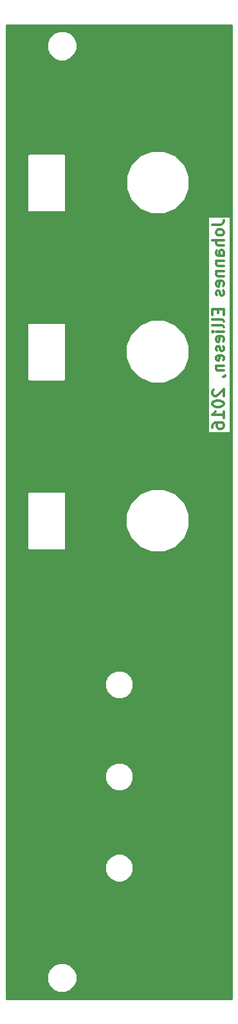
<source format=gbr>
G04 #@! TF.FileFunction,Copper,L2,Bot,Signal*
%FSLAX46Y46*%
G04 Gerber Fmt 4.6, Leading zero omitted, Abs format (unit mm)*
G04 Created by KiCad (PCBNEW 4.0.1-stable) date Sonntag, 24. April 2016 'u00' 18:00:35*
%MOMM*%
G01*
G04 APERTURE LIST*
%ADD10C,0.100000*%
%ADD11C,0.300000*%
%ADD12C,7.800000*%
%ADD13C,0.254000*%
G04 APERTURE END LIST*
D10*
D11*
X117278571Y-58521429D02*
X118350000Y-58521429D01*
X118564286Y-58450001D01*
X118707143Y-58307144D01*
X118778571Y-58092858D01*
X118778571Y-57950001D01*
X118778571Y-59450001D02*
X118707143Y-59307143D01*
X118635714Y-59235715D01*
X118492857Y-59164286D01*
X118064286Y-59164286D01*
X117921429Y-59235715D01*
X117850000Y-59307143D01*
X117778571Y-59450001D01*
X117778571Y-59664286D01*
X117850000Y-59807143D01*
X117921429Y-59878572D01*
X118064286Y-59950001D01*
X118492857Y-59950001D01*
X118635714Y-59878572D01*
X118707143Y-59807143D01*
X118778571Y-59664286D01*
X118778571Y-59450001D01*
X118778571Y-60592858D02*
X117278571Y-60592858D01*
X118778571Y-61235715D02*
X117992857Y-61235715D01*
X117850000Y-61164286D01*
X117778571Y-61021429D01*
X117778571Y-60807144D01*
X117850000Y-60664286D01*
X117921429Y-60592858D01*
X118778571Y-62592858D02*
X117992857Y-62592858D01*
X117850000Y-62521429D01*
X117778571Y-62378572D01*
X117778571Y-62092858D01*
X117850000Y-61950001D01*
X118707143Y-62592858D02*
X118778571Y-62450001D01*
X118778571Y-62092858D01*
X118707143Y-61950001D01*
X118564286Y-61878572D01*
X118421429Y-61878572D01*
X118278571Y-61950001D01*
X118207143Y-62092858D01*
X118207143Y-62450001D01*
X118135714Y-62592858D01*
X117778571Y-63307144D02*
X118778571Y-63307144D01*
X117921429Y-63307144D02*
X117850000Y-63378572D01*
X117778571Y-63521430D01*
X117778571Y-63735715D01*
X117850000Y-63878572D01*
X117992857Y-63950001D01*
X118778571Y-63950001D01*
X117778571Y-64664287D02*
X118778571Y-64664287D01*
X117921429Y-64664287D02*
X117850000Y-64735715D01*
X117778571Y-64878573D01*
X117778571Y-65092858D01*
X117850000Y-65235715D01*
X117992857Y-65307144D01*
X118778571Y-65307144D01*
X118707143Y-66592858D02*
X118778571Y-66450001D01*
X118778571Y-66164287D01*
X118707143Y-66021430D01*
X118564286Y-65950001D01*
X117992857Y-65950001D01*
X117850000Y-66021430D01*
X117778571Y-66164287D01*
X117778571Y-66450001D01*
X117850000Y-66592858D01*
X117992857Y-66664287D01*
X118135714Y-66664287D01*
X118278571Y-65950001D01*
X118707143Y-67235715D02*
X118778571Y-67378572D01*
X118778571Y-67664287D01*
X118707143Y-67807144D01*
X118564286Y-67878572D01*
X118492857Y-67878572D01*
X118350000Y-67807144D01*
X118278571Y-67664287D01*
X118278571Y-67450001D01*
X118207143Y-67307144D01*
X118064286Y-67235715D01*
X117992857Y-67235715D01*
X117850000Y-67307144D01*
X117778571Y-67450001D01*
X117778571Y-67664287D01*
X117850000Y-67807144D01*
X117992857Y-69664287D02*
X117992857Y-70164287D01*
X118778571Y-70378573D02*
X118778571Y-69664287D01*
X117278571Y-69664287D01*
X117278571Y-70378573D01*
X118778571Y-71235716D02*
X118707143Y-71092858D01*
X118564286Y-71021430D01*
X117278571Y-71021430D01*
X118778571Y-72021430D02*
X118707143Y-71878572D01*
X118564286Y-71807144D01*
X117278571Y-71807144D01*
X118778571Y-72592858D02*
X117778571Y-72592858D01*
X117278571Y-72592858D02*
X117350000Y-72521429D01*
X117421429Y-72592858D01*
X117350000Y-72664286D01*
X117278571Y-72592858D01*
X117421429Y-72592858D01*
X118707143Y-73878572D02*
X118778571Y-73735715D01*
X118778571Y-73450001D01*
X118707143Y-73307144D01*
X118564286Y-73235715D01*
X117992857Y-73235715D01*
X117850000Y-73307144D01*
X117778571Y-73450001D01*
X117778571Y-73735715D01*
X117850000Y-73878572D01*
X117992857Y-73950001D01*
X118135714Y-73950001D01*
X118278571Y-73235715D01*
X118707143Y-74521429D02*
X118778571Y-74664286D01*
X118778571Y-74950001D01*
X118707143Y-75092858D01*
X118564286Y-75164286D01*
X118492857Y-75164286D01*
X118350000Y-75092858D01*
X118278571Y-74950001D01*
X118278571Y-74735715D01*
X118207143Y-74592858D01*
X118064286Y-74521429D01*
X117992857Y-74521429D01*
X117850000Y-74592858D01*
X117778571Y-74735715D01*
X117778571Y-74950001D01*
X117850000Y-75092858D01*
X118707143Y-76378572D02*
X118778571Y-76235715D01*
X118778571Y-75950001D01*
X118707143Y-75807144D01*
X118564286Y-75735715D01*
X117992857Y-75735715D01*
X117850000Y-75807144D01*
X117778571Y-75950001D01*
X117778571Y-76235715D01*
X117850000Y-76378572D01*
X117992857Y-76450001D01*
X118135714Y-76450001D01*
X118278571Y-75735715D01*
X117778571Y-77092858D02*
X118778571Y-77092858D01*
X117921429Y-77092858D02*
X117850000Y-77164286D01*
X117778571Y-77307144D01*
X117778571Y-77521429D01*
X117850000Y-77664286D01*
X117992857Y-77735715D01*
X118778571Y-77735715D01*
X118707143Y-78521429D02*
X118778571Y-78521429D01*
X118921429Y-78450001D01*
X118992857Y-78378572D01*
X117421429Y-80235715D02*
X117350000Y-80307144D01*
X117278571Y-80450001D01*
X117278571Y-80807144D01*
X117350000Y-80950001D01*
X117421429Y-81021430D01*
X117564286Y-81092858D01*
X117707143Y-81092858D01*
X117921429Y-81021430D01*
X118778571Y-80164287D01*
X118778571Y-81092858D01*
X117278571Y-82021429D02*
X117278571Y-82164286D01*
X117350000Y-82307143D01*
X117421429Y-82378572D01*
X117564286Y-82450001D01*
X117850000Y-82521429D01*
X118207143Y-82521429D01*
X118492857Y-82450001D01*
X118635714Y-82378572D01*
X118707143Y-82307143D01*
X118778571Y-82164286D01*
X118778571Y-82021429D01*
X118707143Y-81878572D01*
X118635714Y-81807143D01*
X118492857Y-81735715D01*
X118207143Y-81664286D01*
X117850000Y-81664286D01*
X117564286Y-81735715D01*
X117421429Y-81807143D01*
X117350000Y-81878572D01*
X117278571Y-82021429D01*
X118778571Y-83950000D02*
X118778571Y-83092857D01*
X118778571Y-83521429D02*
X117278571Y-83521429D01*
X117492857Y-83378572D01*
X117635714Y-83235714D01*
X117707143Y-83092857D01*
X117278571Y-85235714D02*
X117278571Y-84950000D01*
X117350000Y-84807143D01*
X117421429Y-84735714D01*
X117635714Y-84592857D01*
X117921429Y-84521428D01*
X118492857Y-84521428D01*
X118635714Y-84592857D01*
X118707143Y-84664285D01*
X118778571Y-84807143D01*
X118778571Y-85092857D01*
X118707143Y-85235714D01*
X118635714Y-85307143D01*
X118492857Y-85378571D01*
X118135714Y-85378571D01*
X117992857Y-85307143D01*
X117921429Y-85235714D01*
X117850000Y-85092857D01*
X117850000Y-84807143D01*
X117921429Y-84664285D01*
X117992857Y-84592857D01*
X118135714Y-84521428D01*
D12*
X112940000Y-119020000D03*
X97090000Y-131100000D03*
X112940000Y-131100000D03*
X112900000Y-143140000D03*
X97100000Y-143140000D03*
X97060000Y-118990000D03*
D13*
G36*
X119798000Y-160298000D02*
X90202000Y-160298000D01*
X90202000Y-157921524D01*
X95492657Y-157921524D01*
X95793003Y-158648418D01*
X96348657Y-159205042D01*
X97075025Y-159506656D01*
X97861524Y-159507343D01*
X98588418Y-159206997D01*
X99145042Y-158651343D01*
X99446656Y-157924975D01*
X99447343Y-157138476D01*
X99146997Y-156411582D01*
X98591343Y-155854958D01*
X97864975Y-155553344D01*
X97078476Y-155552657D01*
X96351582Y-155853003D01*
X95794958Y-156408657D01*
X95493344Y-157135025D01*
X95492657Y-157921524D01*
X90202000Y-157921524D01*
X90202000Y-143471720D01*
X103122675Y-143471720D01*
X103407829Y-144161846D01*
X103935376Y-144690316D01*
X104625004Y-144976674D01*
X105371720Y-144977325D01*
X106061846Y-144692171D01*
X106590316Y-144164624D01*
X106876674Y-143474996D01*
X106877325Y-142728280D01*
X106592171Y-142038154D01*
X106064624Y-141509684D01*
X105374996Y-141223326D01*
X104628280Y-141222675D01*
X103938154Y-141507829D01*
X103409684Y-142035376D01*
X103123326Y-142725004D01*
X103122675Y-143471720D01*
X90202000Y-143471720D01*
X90202000Y-131471720D01*
X103122675Y-131471720D01*
X103407829Y-132161846D01*
X103935376Y-132690316D01*
X104625004Y-132976674D01*
X105371720Y-132977325D01*
X106061846Y-132692171D01*
X106590316Y-132164624D01*
X106876674Y-131474996D01*
X106877325Y-130728280D01*
X106592171Y-130038154D01*
X106064624Y-129509684D01*
X105374996Y-129223326D01*
X104628280Y-129222675D01*
X103938154Y-129507829D01*
X103409684Y-130035376D01*
X103123326Y-130725004D01*
X103122675Y-131471720D01*
X90202000Y-131471720D01*
X90202000Y-119371720D01*
X103122675Y-119371720D01*
X103407829Y-120061846D01*
X103935376Y-120590316D01*
X104625004Y-120876674D01*
X105371720Y-120877325D01*
X106061846Y-120592171D01*
X106590316Y-120064624D01*
X106876674Y-119374996D01*
X106877325Y-118628280D01*
X106592171Y-117938154D01*
X106064624Y-117409684D01*
X105374996Y-117123326D01*
X104628280Y-117122675D01*
X103938154Y-117407829D01*
X103409684Y-117935376D01*
X103123326Y-118625004D01*
X103122675Y-119371720D01*
X90202000Y-119371720D01*
X90202000Y-93800000D01*
X92898000Y-93800000D01*
X92898000Y-101100000D01*
X92913376Y-101177302D01*
X92957164Y-101242836D01*
X93022698Y-101286624D01*
X93100000Y-101302000D01*
X97800000Y-101302000D01*
X97877302Y-101286624D01*
X97942836Y-101242836D01*
X97986624Y-101177302D01*
X98002000Y-101100000D01*
X98002000Y-98247211D01*
X105872277Y-98247211D01*
X106506847Y-99782989D01*
X107680830Y-100959023D01*
X109215498Y-101596273D01*
X110877211Y-101597723D01*
X112412989Y-100963153D01*
X113589023Y-99789170D01*
X114226273Y-98254502D01*
X114227723Y-96592789D01*
X113593153Y-95057011D01*
X112419170Y-93880977D01*
X110884502Y-93243727D01*
X109222789Y-93242277D01*
X107687011Y-93876847D01*
X106510977Y-95050830D01*
X105873727Y-96585498D01*
X105872277Y-98247211D01*
X98002000Y-98247211D01*
X98002000Y-93800000D01*
X97986624Y-93722698D01*
X97942836Y-93657164D01*
X97877302Y-93613376D01*
X97800000Y-93598000D01*
X93100000Y-93598000D01*
X93022698Y-93613376D01*
X92957164Y-93657164D01*
X92913376Y-93722698D01*
X92898000Y-93800000D01*
X90202000Y-93800000D01*
X90202000Y-71600000D01*
X92898000Y-71600000D01*
X92898000Y-78900000D01*
X92913376Y-78977302D01*
X92957164Y-79042836D01*
X93022698Y-79086624D01*
X93100000Y-79102000D01*
X97800000Y-79102000D01*
X97877302Y-79086624D01*
X97942836Y-79042836D01*
X97986624Y-78977302D01*
X98002000Y-78900000D01*
X98002000Y-76037211D01*
X105872277Y-76037211D01*
X106506847Y-77572989D01*
X107680830Y-78749023D01*
X109215498Y-79386273D01*
X110877211Y-79387723D01*
X112412989Y-78753153D01*
X113589023Y-77579170D01*
X114226273Y-76044502D01*
X114227723Y-74382789D01*
X113593153Y-72847011D01*
X112419170Y-71670977D01*
X110884502Y-71033727D01*
X109222789Y-71032277D01*
X107687011Y-71666847D01*
X106510977Y-72840830D01*
X105873727Y-74375498D01*
X105872277Y-76037211D01*
X98002000Y-76037211D01*
X98002000Y-71600000D01*
X97986624Y-71522698D01*
X97942836Y-71457164D01*
X97877302Y-71413376D01*
X97800000Y-71398000D01*
X93100000Y-71398000D01*
X93022698Y-71413376D01*
X92957164Y-71457164D01*
X92913376Y-71522698D01*
X92898000Y-71600000D01*
X90202000Y-71600000D01*
X90202000Y-57458715D01*
X116673000Y-57458715D01*
X116673000Y-85941285D01*
X119627000Y-85941285D01*
X119627000Y-57458715D01*
X116673000Y-57458715D01*
X90202000Y-57458715D01*
X90202000Y-49400000D01*
X92898000Y-49400000D01*
X92898000Y-56700000D01*
X92913376Y-56777302D01*
X92957164Y-56842836D01*
X93022698Y-56886624D01*
X93100000Y-56902000D01*
X97800000Y-56902000D01*
X97877302Y-56886624D01*
X97942836Y-56842836D01*
X97986624Y-56777302D01*
X98002000Y-56700000D01*
X98002000Y-53797211D01*
X105902277Y-53797211D01*
X106536847Y-55332989D01*
X107710830Y-56509023D01*
X109245498Y-57146273D01*
X110907211Y-57147723D01*
X112442989Y-56513153D01*
X113619023Y-55339170D01*
X114256273Y-53804502D01*
X114257723Y-52142789D01*
X113623153Y-50607011D01*
X112449170Y-49430977D01*
X110914502Y-48793727D01*
X109252789Y-48792277D01*
X107717011Y-49426847D01*
X106540977Y-50600830D01*
X105903727Y-52135498D01*
X105902277Y-53797211D01*
X98002000Y-53797211D01*
X98002000Y-49400000D01*
X97986624Y-49322698D01*
X97942836Y-49257164D01*
X97877302Y-49213376D01*
X97800000Y-49198000D01*
X93100000Y-49198000D01*
X93022698Y-49213376D01*
X92957164Y-49257164D01*
X92913376Y-49322698D01*
X92898000Y-49400000D01*
X90202000Y-49400000D01*
X90202000Y-35431524D01*
X95502657Y-35431524D01*
X95803003Y-36158418D01*
X96358657Y-36715042D01*
X97085025Y-37016656D01*
X97871524Y-37017343D01*
X98598418Y-36716997D01*
X99155042Y-36161343D01*
X99456656Y-35434975D01*
X99457343Y-34648476D01*
X99156997Y-33921582D01*
X98601343Y-33364958D01*
X97874975Y-33063344D01*
X97088476Y-33062657D01*
X96361582Y-33363003D01*
X95804958Y-33918657D01*
X95503344Y-34645025D01*
X95502657Y-35431524D01*
X90202000Y-35431524D01*
X90202000Y-32302000D01*
X119798000Y-32302000D01*
X119798000Y-160298000D01*
X119798000Y-160298000D01*
G37*
X119798000Y-160298000D02*
X90202000Y-160298000D01*
X90202000Y-157921524D01*
X95492657Y-157921524D01*
X95793003Y-158648418D01*
X96348657Y-159205042D01*
X97075025Y-159506656D01*
X97861524Y-159507343D01*
X98588418Y-159206997D01*
X99145042Y-158651343D01*
X99446656Y-157924975D01*
X99447343Y-157138476D01*
X99146997Y-156411582D01*
X98591343Y-155854958D01*
X97864975Y-155553344D01*
X97078476Y-155552657D01*
X96351582Y-155853003D01*
X95794958Y-156408657D01*
X95493344Y-157135025D01*
X95492657Y-157921524D01*
X90202000Y-157921524D01*
X90202000Y-143471720D01*
X103122675Y-143471720D01*
X103407829Y-144161846D01*
X103935376Y-144690316D01*
X104625004Y-144976674D01*
X105371720Y-144977325D01*
X106061846Y-144692171D01*
X106590316Y-144164624D01*
X106876674Y-143474996D01*
X106877325Y-142728280D01*
X106592171Y-142038154D01*
X106064624Y-141509684D01*
X105374996Y-141223326D01*
X104628280Y-141222675D01*
X103938154Y-141507829D01*
X103409684Y-142035376D01*
X103123326Y-142725004D01*
X103122675Y-143471720D01*
X90202000Y-143471720D01*
X90202000Y-131471720D01*
X103122675Y-131471720D01*
X103407829Y-132161846D01*
X103935376Y-132690316D01*
X104625004Y-132976674D01*
X105371720Y-132977325D01*
X106061846Y-132692171D01*
X106590316Y-132164624D01*
X106876674Y-131474996D01*
X106877325Y-130728280D01*
X106592171Y-130038154D01*
X106064624Y-129509684D01*
X105374996Y-129223326D01*
X104628280Y-129222675D01*
X103938154Y-129507829D01*
X103409684Y-130035376D01*
X103123326Y-130725004D01*
X103122675Y-131471720D01*
X90202000Y-131471720D01*
X90202000Y-119371720D01*
X103122675Y-119371720D01*
X103407829Y-120061846D01*
X103935376Y-120590316D01*
X104625004Y-120876674D01*
X105371720Y-120877325D01*
X106061846Y-120592171D01*
X106590316Y-120064624D01*
X106876674Y-119374996D01*
X106877325Y-118628280D01*
X106592171Y-117938154D01*
X106064624Y-117409684D01*
X105374996Y-117123326D01*
X104628280Y-117122675D01*
X103938154Y-117407829D01*
X103409684Y-117935376D01*
X103123326Y-118625004D01*
X103122675Y-119371720D01*
X90202000Y-119371720D01*
X90202000Y-93800000D01*
X92898000Y-93800000D01*
X92898000Y-101100000D01*
X92913376Y-101177302D01*
X92957164Y-101242836D01*
X93022698Y-101286624D01*
X93100000Y-101302000D01*
X97800000Y-101302000D01*
X97877302Y-101286624D01*
X97942836Y-101242836D01*
X97986624Y-101177302D01*
X98002000Y-101100000D01*
X98002000Y-98247211D01*
X105872277Y-98247211D01*
X106506847Y-99782989D01*
X107680830Y-100959023D01*
X109215498Y-101596273D01*
X110877211Y-101597723D01*
X112412989Y-100963153D01*
X113589023Y-99789170D01*
X114226273Y-98254502D01*
X114227723Y-96592789D01*
X113593153Y-95057011D01*
X112419170Y-93880977D01*
X110884502Y-93243727D01*
X109222789Y-93242277D01*
X107687011Y-93876847D01*
X106510977Y-95050830D01*
X105873727Y-96585498D01*
X105872277Y-98247211D01*
X98002000Y-98247211D01*
X98002000Y-93800000D01*
X97986624Y-93722698D01*
X97942836Y-93657164D01*
X97877302Y-93613376D01*
X97800000Y-93598000D01*
X93100000Y-93598000D01*
X93022698Y-93613376D01*
X92957164Y-93657164D01*
X92913376Y-93722698D01*
X92898000Y-93800000D01*
X90202000Y-93800000D01*
X90202000Y-71600000D01*
X92898000Y-71600000D01*
X92898000Y-78900000D01*
X92913376Y-78977302D01*
X92957164Y-79042836D01*
X93022698Y-79086624D01*
X93100000Y-79102000D01*
X97800000Y-79102000D01*
X97877302Y-79086624D01*
X97942836Y-79042836D01*
X97986624Y-78977302D01*
X98002000Y-78900000D01*
X98002000Y-76037211D01*
X105872277Y-76037211D01*
X106506847Y-77572989D01*
X107680830Y-78749023D01*
X109215498Y-79386273D01*
X110877211Y-79387723D01*
X112412989Y-78753153D01*
X113589023Y-77579170D01*
X114226273Y-76044502D01*
X114227723Y-74382789D01*
X113593153Y-72847011D01*
X112419170Y-71670977D01*
X110884502Y-71033727D01*
X109222789Y-71032277D01*
X107687011Y-71666847D01*
X106510977Y-72840830D01*
X105873727Y-74375498D01*
X105872277Y-76037211D01*
X98002000Y-76037211D01*
X98002000Y-71600000D01*
X97986624Y-71522698D01*
X97942836Y-71457164D01*
X97877302Y-71413376D01*
X97800000Y-71398000D01*
X93100000Y-71398000D01*
X93022698Y-71413376D01*
X92957164Y-71457164D01*
X92913376Y-71522698D01*
X92898000Y-71600000D01*
X90202000Y-71600000D01*
X90202000Y-57458715D01*
X116673000Y-57458715D01*
X116673000Y-85941285D01*
X119627000Y-85941285D01*
X119627000Y-57458715D01*
X116673000Y-57458715D01*
X90202000Y-57458715D01*
X90202000Y-49400000D01*
X92898000Y-49400000D01*
X92898000Y-56700000D01*
X92913376Y-56777302D01*
X92957164Y-56842836D01*
X93022698Y-56886624D01*
X93100000Y-56902000D01*
X97800000Y-56902000D01*
X97877302Y-56886624D01*
X97942836Y-56842836D01*
X97986624Y-56777302D01*
X98002000Y-56700000D01*
X98002000Y-53797211D01*
X105902277Y-53797211D01*
X106536847Y-55332989D01*
X107710830Y-56509023D01*
X109245498Y-57146273D01*
X110907211Y-57147723D01*
X112442989Y-56513153D01*
X113619023Y-55339170D01*
X114256273Y-53804502D01*
X114257723Y-52142789D01*
X113623153Y-50607011D01*
X112449170Y-49430977D01*
X110914502Y-48793727D01*
X109252789Y-48792277D01*
X107717011Y-49426847D01*
X106540977Y-50600830D01*
X105903727Y-52135498D01*
X105902277Y-53797211D01*
X98002000Y-53797211D01*
X98002000Y-49400000D01*
X97986624Y-49322698D01*
X97942836Y-49257164D01*
X97877302Y-49213376D01*
X97800000Y-49198000D01*
X93100000Y-49198000D01*
X93022698Y-49213376D01*
X92957164Y-49257164D01*
X92913376Y-49322698D01*
X92898000Y-49400000D01*
X90202000Y-49400000D01*
X90202000Y-35431524D01*
X95502657Y-35431524D01*
X95803003Y-36158418D01*
X96358657Y-36715042D01*
X97085025Y-37016656D01*
X97871524Y-37017343D01*
X98598418Y-36716997D01*
X99155042Y-36161343D01*
X99456656Y-35434975D01*
X99457343Y-34648476D01*
X99156997Y-33921582D01*
X98601343Y-33364958D01*
X97874975Y-33063344D01*
X97088476Y-33062657D01*
X96361582Y-33363003D01*
X95804958Y-33918657D01*
X95503344Y-34645025D01*
X95502657Y-35431524D01*
X90202000Y-35431524D01*
X90202000Y-32302000D01*
X119798000Y-32302000D01*
X119798000Y-160298000D01*
M02*

</source>
